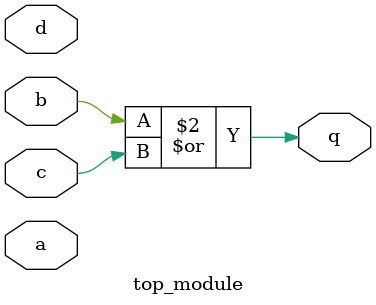
<source format=sv>
module top_module (
	input a, 
	input b, 
	input c, 
	input d,
	output reg q
);
	
	always @(b or c) begin
		q = b | c;
	end

endmodule

</source>
